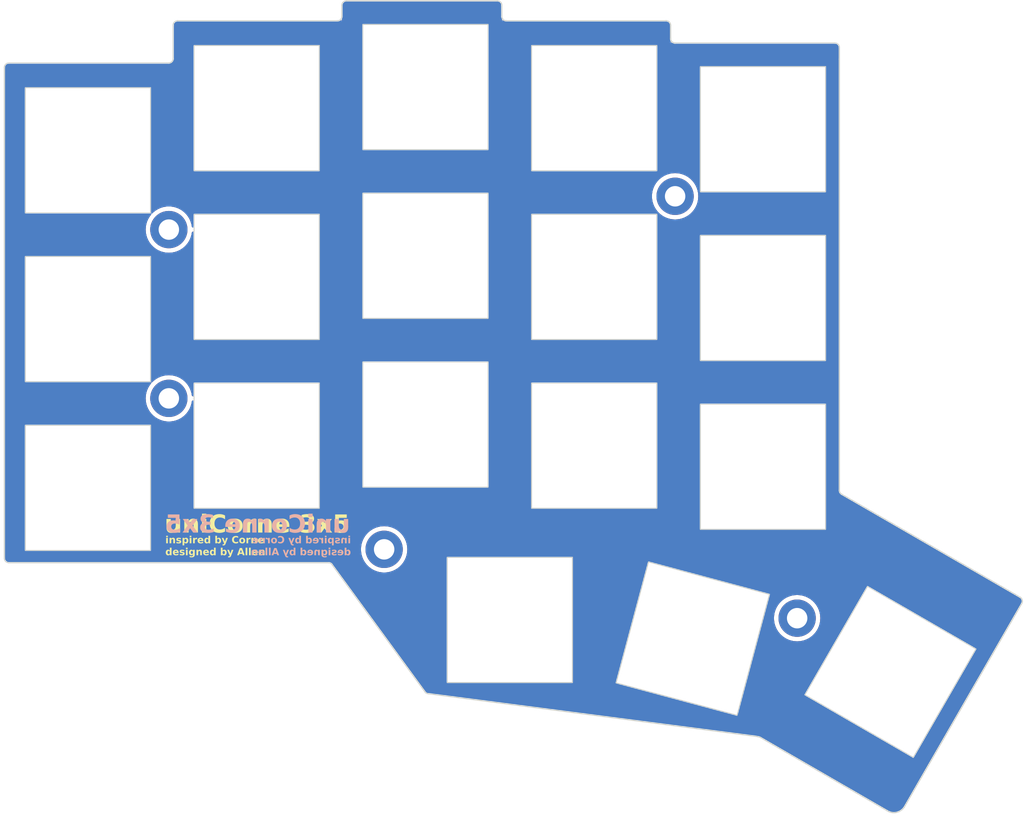
<source format=kicad_pcb>
(kicad_pcb (version 20240108) (generator "pcbnew") (generator_version "8.0")
  (layers (0 "F.Cu" signal) (31 "B.Cu" signal) (34 "B.Paste" user) (35 "F.Paste" user) (36 "B.SilkS" user "B.Silkscreen") (37 "F.SilkS" user "F.Silkscreen") (38 "B.Mask" user) (39 "F.Mask" user) (44 "Edge.Cuts" user))
  (net 0 "")
  (net 1 "GND")
  (footprint "KBD_PARTS:M2_Hole_TH" (layer "F.Cu") (at 98.46 105.85)
    (property "Reference" "H6" (hide yes))
    (property "Value" "MountingHole")
    (pad "" thru_hole circle (at 0 0) (size 4.2 4.2) (drill 2.3) (layers "*.Cu" "*.Mask"))
  )
  (footprint "KBD_PARTS:M2_Hole_TH" (layer "F.Cu") (at 122.7 122.85)
    (property "Reference" "H4" (hide yes))
    (property "Value" "MountingHole")
    (pad "" thru_hole circle (at 0 0) (size 4.2 4.2) (drill 2.3) (layers "*.Cu" "*.Mask"))
  )
  (footprint "KBD_PARTS:M2_Hole_TH" (layer "F.Cu") (at 98.46 86.85)
    (property "Reference" "H7" (hide yes))
    (property "Value" "MountingHole")
    (pad "" thru_hole circle (at 0 0) (size 4.2 4.2) (drill 2.3) (layers "*.Cu" "*.Mask"))
  )
  (footprint "KBD_PARTS:M2_Hole_TH" (layer "F.Cu") (at 169.2 130.6)
    (property "Reference" "H3" (hide yes))
    (property "Value" "MountingHole")
    (pad "" thru_hole circle (at 0 0) (size 4.2 4.2) (drill 2.3) (layers "*.Cu" "*.Mask"))
  )
  (footprint "KBD_PARTS:M2_Hole_TH" (layer "F.Cu") (at 155.46 83.1)
    (property "Reference" "H5" (hide yes))
    (property "Value" "MountingHole")
    (pad "" thru_hole circle (at 0 0) (size 4.2 4.2) (drill 2.3) (layers "*.Cu" "*.Mask"))
  )
  (footprint "KBD_PARTS:SW_hole_14x14" (layer "B.Cu") (at 127.35 89.7996 180)
    (property "Reference" "SW8" (hide yes))
    (property "Value" "SW_MX_HS" (hide yes))
    (fp_rect (start -7.05 7.05) (end 7.05 -7.05) (stroke (width 0.12)) (fill none) (layer "Edge.Cuts"))
  )
  (footprint "KBD_PARTS:SW_hole_14x14" (layer "B.Cu") (at 89.35 77.9246 180)
    (property "Reference" "SW1" (hide yes))
    (property "Value" "SW_MX_HS" (hide yes))
    (fp_rect (start -7.05 7.05) (end 7.05 -7.05) (stroke (width 0.12)) (fill none) (layer "Edge.Cuts"))
  )
  (footprint "KBD_PARTS:SW_hole_14x14" (layer "B.Cu") (at 165.35 113.5496 180)
    (property "Reference" "SW15" (hide yes))
    (property "Value" "SW_MX_HS" (hide yes))
    (fp_rect (start -7.05 7.05) (end 7.05 -7.05) (stroke (width 0.12)) (fill none) (layer "Edge.Cuts"))
  )
  (footprint "KBD_PARTS:SW_hole_14x14" (layer "B.Cu") (at 89.35 115.9246 180)
    (property "Reference" "SW11" (hide yes))
    (property "Value" "SW_MX_HS" (hide yes))
    (fp_rect (start -7.05 7.05) (end 7.05 -7.05) (stroke (width 0.12)) (fill none) (layer "Edge.Cuts"))
  )
  (footprint "KBD_PARTS:SW_hole_14x14" (layer "B.Cu") (at 146.35 92.1746 180)
    (property "Reference" "SW9" (hide yes))
    (property "Value" "SW_MX_HS" (hide yes))
    (fp_rect (start -7.05 7.05) (end 7.05 -7.05) (stroke (width 0.12)) (fill none) (layer "Edge.Cuts"))
  )
  (footprint "KBD_PARTS:SW_hole_14x14" (layer "B.Cu") (at 89.35 96.9246 180)
    (property "Reference" "SW6" (hide yes))
    (property "Value" "SW_MX_HS" (hide yes))
    (fp_rect (start -7.05 7.05) (end 7.05 -7.05) (stroke (width 0.12)) (fill none) (layer "Edge.Cuts"))
  )
  (footprint "KBD_PARTS:SW_hole_14x14" (layer "B.Cu") (at 146.35 73.1746 180)
    (property "Reference" "SW4" (hide yes))
    (property "Value" "SW_MX_HS" (hide yes))
    (fp_rect (start -7.05 7.05) (end 7.05 -7.05) (stroke (width 0.12)) (fill none) (layer "Edge.Cuts"))
  )
  (footprint "KBD_PARTS:SW_hole_14x14" (layer "B.Cu") (at 146.35 111.1746 180)
    (property "Reference" "SW14" (hide yes))
    (property "Value" "SW_MX_HS" (hide yes))
    (fp_rect (start -7.05 7.05) (end 7.05 -7.05) (stroke (width 0.12)) (fill none) (layer "Edge.Cuts"))
  )
  (footprint "KBD_PARTS:SW_hole_14x14" (layer "B.Cu") (at 157.45 132.9 165)
    (property "Reference" "SW17" (hide yes))
    (property "Value" "SW_MX_HS" (hide yes))
    (fp_poly (pts (xy -7.05 7.05) (xy 7.05 7.05) (xy 7.05 -7.05) (xy -7.05 -7.05)) (stroke (width 0.12)) (fill none) (layer "Edge.Cuts"))
  )
  (footprint "KBD_PARTS:SW_hole_14x14" (layer "B.Cu") (at 179.7 136.65 -120)
    (property "Reference" "SW18" (hide yes))
    (property "Value" "SW_MX_HS" (hide yes))
    (fp_poly (pts (xy -7.05 7.05) (xy 7.05 7.05) (xy 7.05 -7.05) (xy -7.05 -7.05)) (stroke (width 0.12)) (fill none) (layer "Edge.Cuts"))
  )
  (footprint "KBD_PARTS:SW_hole_14x14" (layer "B.Cu") (at 108.35 73.1746 180)
    (property "Reference" "SW2" (hide yes))
    (property "Value" "SW_MX_HS" (hide yes))
    (fp_rect (start -7.05 7.05) (end 7.05 -7.05) (stroke (width 0.12)) (fill none) (layer "Edge.Cuts"))
  )
  (footprint "KBD_PARTS:SW_hole_14x14" (layer "B.Cu") (at 165.35 75.5496 180)
    (property "Reference" "SW5" (hide yes))
    (property "Value" "SW_MX_HS" (hide yes))
    (fp_rect (start -7.05 7.05) (end 7.05 -7.05) (stroke (width 0.12)) (fill none) (layer "Edge.Cuts"))
  )
  (footprint "KBD_PARTS:SW_hole_14x14" (layer "B.Cu") (at 127.35 108.7996 180)
    (property "Reference" "SW13" (hide yes))
    (property "Value" "SW_MX_HS" (hide yes))
    (fp_rect (start -7.05 7.05) (end 7.05 -7.05) (stroke (width 0.12)) (fill none) (layer "Edge.Cuts"))
  )
  (footprint "KBD_PARTS:SW_hole_14x14" (layer "B.Cu") (at 136.85 130.7996 180)
    (property "Reference" "SW16" (hide yes))
    (property "Value" "SW_MX_HS" (hide yes))
    (fp_rect (start -7.05 7.05) (end 7.05 -7.05) (stroke (width 0.12)) (fill none) (layer "Edge.Cuts"))
  )
  (footprint "KBD_PARTS:SW_hole_14x14" (layer "B.Cu") (at 165.35 94.5496 180)
    (property "Reference" "SW10" (hide yes))
    (property "Value" "SW_MX_HS" (hide yes))
    (fp_rect (start -7.05 7.05) (end 7.05 -7.05) (stroke (width 0.12)) (fill none) (layer "Edge.Cuts"))
  )
  (footprint "KBD_PARTS:SW_hole_14x14" (layer "B.Cu") (at 127.35 70.7996 180)
    (property "Reference" "SW3" (hide yes))
    (property "Value" "SW_MX_HS" (hide yes))
    (fp_rect (start -7.05 7.05) (end 7.05 -7.05) (stroke (width 0.12)) (fill none) (layer "Edge.Cuts"))
  )
  (footprint "KBD_PARTS:SW_hole_14x14" (layer "B.Cu") (at 108.35 92.1746 180)
    (property "Reference" "SW7" (hide yes))
    (property "Value" "SW_MX_HS" (hide yes))
    (fp_rect (start -7.05 7.05) (end 7.05 -7.05) (stroke (width 0.12)) (fill none) (layer "Edge.Cuts"))
  )
  (footprint "KBD_PARTS:SW_hole_14x14" (layer "B.Cu") (at 108.35 111.1746 180)
    (property "Reference" "SW12" (hide yes))
    (property "Value" "SW_MX_HS" (hide yes))
    (fp_rect (start -7.05 7.05) (end 7.05 -7.05) (stroke (width 0.12)) (fill none) (layer "Edge.Cuts"))
  )
  (gr_line (start 173.45 65.85) (end 155.45 65.85) (stroke (width 0.15)) (layer "Edge.Cuts"))
  (gr_line (start 154.95 65.35) (end 154.95 63.85) (stroke (width 0.15)) (layer "Edge.Cuts"))
  (gr_arc (start 127.7 139.1) (mid 127.508658 139.06194) (end 127.346447 138.953553) (stroke (width 0.15)) (layer "Edge.Cuts"))
  (gr_line (start 116.8 124.5) (end 127.35 138.95) (stroke (width 0.15)) (layer "Edge.Cuts"))
  (gr_arc (start 174.2 116.65) (mid 174.012716 116.459602) (end 173.95 116.2) (stroke (width 0.15)) (layer "Edge.Cuts"))
  (gr_line (start 127.7 139.1) (end 164.370556 143.870344) (stroke (width 0.15)) (layer "Edge.Cuts"))
  (gr_line (start 154.45 63.35) (end 136.45 63.35) (stroke (width 0.15)) (layer "Edge.Cuts"))
  (gr_arc (start 136.45 63.35) (mid 136.096447 63.203553) (end 135.95 62.85) (stroke (width 0.15)) (layer "Edge.Cuts"))
  (gr_line (start 165.025 144) (end 179.35 152.275) (stroke (width 0.15)) (layer "Edge.Cuts"))
  (gr_line (start 173.95 66.35) (end 173.95 67.6625) (stroke (width 0.15)) (layer "Edge.Cuts"))
  (gr_arc (start 135.45 61.1) (mid 135.803553 61.246447) (end 135.95 61.6) (stroke (width 0.15)) (layer "Edge.Cuts"))
  (gr_line (start 135.95 62.85) (end 135.95 61.6) (stroke (width 0.15)) (layer "Edge.Cuts"))
  (gr_arc (start 98.95 67.6) (mid 98.803553 67.953553) (end 98.45 68.1) (stroke (width 0.15)) (layer "Edge.Cuts"))
  (gr_arc (start 164.370556 143.870344) (mid 164.700953 143.919147) (end 165.025 144) (stroke (width 0.15)) (layer "Edge.Cuts"))
  (gr_arc (start 117.95 62.85) (mid 117.803553 63.203553) (end 117.45 63.35) (stroke (width 0.15)) (layer "Edge.Cuts"))
  (gr_line (start 117.45 63.35) (end 99.45 63.35) (stroke (width 0.15)) (layer "Edge.Cuts"))
  (gr_arc (start 98.95 63.85) (mid 99.096447 63.496447) (end 99.45 63.35) (stroke (width 0.15)) (layer "Edge.Cuts"))
  (gr_arc (start 154.45 63.35) (mid 154.803553 63.496447) (end 154.95 63.85) (stroke (width 0.15)) (layer "Edge.Cuts"))
  (gr_arc (start 194.3 128.25) (mid 194.535932 128.562892) (end 194.475 128.95) (stroke (width 0.15)) (layer "Edge.Cuts"))
  (gr_line (start 135.45 61.1) (end 118.45 61.1) (stroke (width 0.15)) (layer "Edge.Cuts"))
  (gr_line (start 79.95 68.6) (end 79.95 123.85) (stroke (width 0.15)) (layer "Edge.Cuts"))
  (gr_line (start 116.45 124.35) (end 80.45 124.35) (stroke (width 0.15)) (layer "Edge.Cuts"))
  (gr_arc (start 117.95 61.6) (mid 118.096447 61.246447) (end 118.45 61.1) (stroke (width 0.15)) (layer "Edge.Cuts"))
  (gr_line (start 173.95 67.6625) (end 173.95 116.2) (stroke (width 0.15)) (layer "Edge.Cuts"))
  (gr_arc (start 80.45 124.35) (mid 80.096447 124.203553) (end 79.95 123.85) (stroke (width 0.15)) (layer "Edge.Cuts"))
  (gr_line (start 98.45 68.1) (end 80.45 68.1) (stroke (width 0.15)) (layer "Edge.Cuts"))
  (gr_arc (start 79.95 68.6) (mid 80.096447 68.246447) (end 80.45 68.1) (stroke (width 0.15)) (layer "Edge.Cuts"))
  (gr_line (start 181.25 151.875) (end 194.475 128.95) (stroke (width 0.15)) (layer "Edge.Cuts"))
  (gr_line (start 194.3 128.25) (end 174.2 116.65) (stroke (width 0.15)) (layer "Edge.Cuts"))
  (gr_line (start 98.95 63.85) (end 98.95 67.6) (stroke (width 0.15)) (layer "Edge.Cuts"))
  (gr_line (start 117.95 61.6) (end 117.95 62.85) (stroke (width 0.15)) (layer "Edge.Cuts"))
  (gr_arc (start 116.45 124.35) (mid 116.641342 124.38806) (end 116.803553 124.496447) (stroke (width 0.15)) (layer "Edge.Cuts"))
  (gr_arc (start 173.45 65.85) (mid 173.803553 65.996447) (end 173.95 66.35) (stroke (width 0.15)) (layer "Edge.Cuts"))
  (gr_arc (start 181.242949 151.878583) (mid 180.377399 152.463216) (end 179.35 152.275) (stroke (width 0.15)) (layer "Edge.Cuts"))
  (gr_arc (start 155.45 65.85) (mid 155.096447 65.703553) (end 154.95 65.35) (stroke (width 0.15)) (layer "Edge.Cuts"))
  (gr_text "uniCorne 3x5" (at 118.87 121.3 0) (layer "B.SilkS") (effects (font (size 2 2) (thickness 0.3) (bold yes)) (justify left bottom mirror)))
  (gr_text "inspired by Corne\ndesigned by Allen" (at 118.961834 123.65 0) (layer "B.SilkS") (effects (font (size 0.8 0.8) (thickness 0.2) (bold yes)) (justify left bottom mirror)))
  (gr_text "inspired by Corne\ndesigned by Allen" (at 98.061834 123.65 0) (layer "F.SilkS") (effects (font (size 0.8 0.8) (thickness 0.2) (bold yes)) (justify left bottom)))
  (gr_text "uniCorne 3x5" (at 97.97 121.3 0) (layer "F.SilkS") (effects (font (size 2 2) (thickness 0.3) (bold yes)) (justify left bottom)))
  (zone (net 1) (net_name "GND") (layers "F&B.Cu") (connect_pads yes (clearance 0.508)) (min_thickness 0.254) (fill yes (thermal_gap 0.508) (thermal_bridge_width 0.508))
    (polygon (pts (xy 173.95 116.4) (xy 173.95 68) (xy 173.95 65.8) (xy 154.95 65.8) (xy 154.95 63.3) (xy 135.95 63.3) (xy 135.95 61) (xy 117.95 61) (xy 117.95 63.3) (xy 98.75 63.3) (xy 98.85 68) (xy 79.45 67.95) (xy 79.65 124.65) (xy 116.55 124.3) (xy 127.55 139.1) (xy 164.75 144.7) (xy 180.45 153.7) (xy 194.75 128.4) (xy 187.4 124.35)))
  )
  (zone (net 1) (net_name "GND") (layer "B.Cu") (connect_pads (clearance 0.508)) (min_thickness 0.254) (fill yes (thermal_gap 0.508) (thermal_bridge_width 0.508))
    (polygon (pts (xy 173.9 116.25) (xy 173.95 68) (xy 173.95 65.8) (xy 154.95 65.8) (xy 154.95 63.3) (xy 135.95 63.3) (xy 135.95 61) (xy 117.95 61) (xy 117.95 63.3) (xy 98.75 63.3) (xy 98.85 68) (xy 79.45 67.85) (xy 79.65 124.55) (xy 116.55 124.3) (xy 127.55 139.1) (xy 164.75 144.7) (xy 180.45 153.7) (xy 194.75 128.4) (xy 187.7 124.45)))
  )
)
</source>
